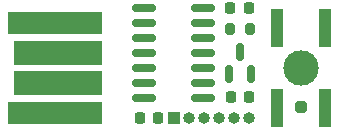
<source format=gbr>
%TF.GenerationSoftware,KiCad,Pcbnew,7.0.5-0*%
%TF.CreationDate,2023-07-03T13:56:25+02:00*%
%TF.ProjectId,Proditor,50726f64-6974-46f7-922e-6b696361645f,rev?*%
%TF.SameCoordinates,Original*%
%TF.FileFunction,Soldermask,Top*%
%TF.FilePolarity,Negative*%
%FSLAX46Y46*%
G04 Gerber Fmt 4.6, Leading zero omitted, Abs format (unit mm)*
G04 Created by KiCad (PCBNEW 7.0.5-0) date 2023-07-03 13:56:25*
%MOMM*%
%LPD*%
G01*
G04 APERTURE LIST*
G04 Aperture macros list*
%AMRoundRect*
0 Rectangle with rounded corners*
0 $1 Rounding radius*
0 $2 $3 $4 $5 $6 $7 $8 $9 X,Y pos of 4 corners*
0 Add a 4 corners polygon primitive as box body*
4,1,4,$2,$3,$4,$5,$6,$7,$8,$9,$2,$3,0*
0 Add four circle primitives for the rounded corners*
1,1,$1+$1,$2,$3*
1,1,$1+$1,$4,$5*
1,1,$1+$1,$6,$7*
1,1,$1+$1,$8,$9*
0 Add four rect primitives between the rounded corners*
20,1,$1+$1,$2,$3,$4,$5,0*
20,1,$1+$1,$4,$5,$6,$7,0*
20,1,$1+$1,$6,$7,$8,$9,0*
20,1,$1+$1,$8,$9,$2,$3,0*%
G04 Aperture macros list end*
%ADD10R,1.000000X3.200000*%
%ADD11RoundRect,0.250000X0.250000X-0.250000X0.250000X0.250000X-0.250000X0.250000X-0.250000X-0.250000X0*%
%ADD12R,8.000000X1.900000*%
%ADD13R,7.500000X2.000000*%
%ADD14RoundRect,0.200000X0.200000X0.275000X-0.200000X0.275000X-0.200000X-0.275000X0.200000X-0.275000X0*%
%ADD15RoundRect,0.225000X0.225000X0.250000X-0.225000X0.250000X-0.225000X-0.250000X0.225000X-0.250000X0*%
%ADD16R,1.000000X1.000000*%
%ADD17O,1.000000X1.000000*%
%ADD18RoundRect,0.150000X0.150000X-0.587500X0.150000X0.587500X-0.150000X0.587500X-0.150000X-0.587500X0*%
%ADD19RoundRect,0.218750X-0.218750X-0.256250X0.218750X-0.256250X0.218750X0.256250X-0.218750X0.256250X0*%
%ADD20RoundRect,0.150000X-0.825000X-0.150000X0.825000X-0.150000X0.825000X0.150000X-0.825000X0.150000X0*%
%ADD21C,3.000000*%
G04 APERTURE END LIST*
D10*
%TO.C,SW1*%
X156274000Y-92503200D03*
D11*
X158274000Y-92403200D03*
D10*
X156274000Y-85703200D03*
X160274000Y-92503200D03*
X160274000Y-85703200D03*
%TD*%
D12*
%TO.C,J1*%
X137480000Y-92930000D03*
D13*
X137730000Y-90420000D03*
X137730000Y-87820000D03*
D12*
X137480000Y-85310000D03*
%TD*%
D14*
%TO.C,R1*%
X153925000Y-85790000D03*
X152275000Y-85790000D03*
%TD*%
D15*
%TO.C,C1*%
X146165000Y-93320000D03*
X144615000Y-93320000D03*
%TD*%
D16*
%TO.C,J2*%
X147525000Y-93319600D03*
D17*
X148795000Y-93319600D03*
X150065000Y-93319600D03*
X151335000Y-93319600D03*
X152605000Y-93319600D03*
X153875000Y-93319600D03*
%TD*%
D18*
%TO.C,U2*%
X152167800Y-89637500D03*
X154067800Y-89637500D03*
X153117800Y-87762500D03*
%TD*%
D19*
%TO.C,D1*%
X152300000Y-84060000D03*
X153875000Y-84060000D03*
%TD*%
D20*
%TO.C,U1*%
X145022800Y-84067200D03*
X145022800Y-85337200D03*
X145022800Y-86607200D03*
X145022800Y-87877200D03*
X145022800Y-89147200D03*
X145022800Y-90417200D03*
X145022800Y-91687200D03*
X149972800Y-91687200D03*
X149972800Y-90417200D03*
X149972800Y-89147200D03*
X149972800Y-87877200D03*
X149972800Y-86607200D03*
X149972800Y-85337200D03*
X149972800Y-84067200D03*
%TD*%
D15*
%TO.C,C2*%
X153875000Y-91600000D03*
X152325000Y-91600000D03*
%TD*%
D21*
%TO.C,H1*%
X158274000Y-89103200D03*
%TD*%
M02*

</source>
